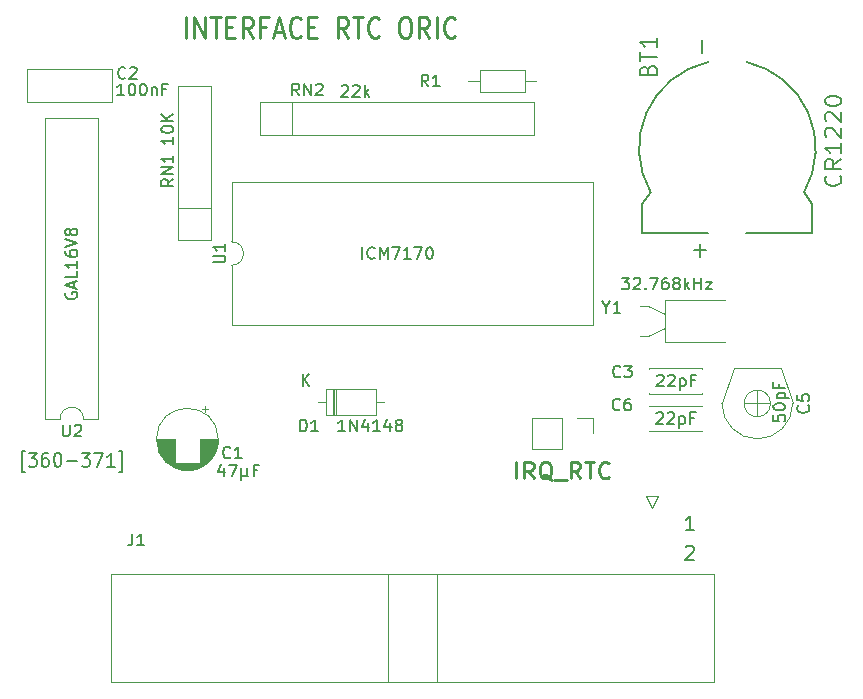
<source format=gto>
%TF.GenerationSoftware,KiCad,Pcbnew,(5.1.12)-1*%
%TF.CreationDate,2022-12-03T13:40:17+01:00*%
%TF.ProjectId,RTC,5254432e-6b69-4636-9164-5f7063625858,1.0*%
%TF.SameCoordinates,PX6d01460PY60e4b00*%
%TF.FileFunction,Legend,Top*%
%TF.FilePolarity,Positive*%
%FSLAX46Y46*%
G04 Gerber Fmt 4.6, Leading zero omitted, Abs format (unit mm)*
G04 Created by KiCad (PCBNEW (5.1.12)-1) date 2022-12-03 13:40:17*
%MOMM*%
%LPD*%
G01*
G04 APERTURE LIST*
%ADD10C,0.250000*%
%ADD11C,0.150000*%
%ADD12C,0.200000*%
%ADD13C,0.120000*%
%ADD14C,0.127000*%
G04 APERTURE END LIST*
D10*
X18934642Y46855953D02*
X18934642Y48555953D01*
X19648928Y46855953D02*
X19648928Y48555953D01*
X20506071Y46855953D01*
X20506071Y48555953D01*
X21006071Y48555953D02*
X21863214Y48555953D01*
X21434642Y46855953D02*
X21434642Y48555953D01*
X22363214Y47746429D02*
X22863214Y47746429D01*
X23077500Y46855953D02*
X22363214Y46855953D01*
X22363214Y48555953D01*
X23077500Y48555953D01*
X24577500Y46855953D02*
X24077500Y47665477D01*
X23720357Y46855953D02*
X23720357Y48555953D01*
X24291785Y48555953D01*
X24434642Y48475000D01*
X24506071Y48394048D01*
X24577500Y48232143D01*
X24577500Y47989286D01*
X24506071Y47827381D01*
X24434642Y47746429D01*
X24291785Y47665477D01*
X23720357Y47665477D01*
X25720357Y47746429D02*
X25220357Y47746429D01*
X25220357Y46855953D02*
X25220357Y48555953D01*
X25934642Y48555953D01*
X26434642Y47341667D02*
X27148928Y47341667D01*
X26291785Y46855953D02*
X26791785Y48555953D01*
X27291785Y46855953D01*
X28648928Y47017858D02*
X28577500Y46936905D01*
X28363214Y46855953D01*
X28220357Y46855953D01*
X28006071Y46936905D01*
X27863214Y47098810D01*
X27791785Y47260715D01*
X27720357Y47584524D01*
X27720357Y47827381D01*
X27791785Y48151191D01*
X27863214Y48313096D01*
X28006071Y48475000D01*
X28220357Y48555953D01*
X28363214Y48555953D01*
X28577500Y48475000D01*
X28648928Y48394048D01*
X29291785Y47746429D02*
X29791785Y47746429D01*
X30006071Y46855953D02*
X29291785Y46855953D01*
X29291785Y48555953D01*
X30006071Y48555953D01*
X32648928Y46855953D02*
X32148928Y47665477D01*
X31791785Y46855953D02*
X31791785Y48555953D01*
X32363214Y48555953D01*
X32506071Y48475000D01*
X32577500Y48394048D01*
X32648928Y48232143D01*
X32648928Y47989286D01*
X32577500Y47827381D01*
X32506071Y47746429D01*
X32363214Y47665477D01*
X31791785Y47665477D01*
X33077500Y48555953D02*
X33934642Y48555953D01*
X33506071Y46855953D02*
X33506071Y48555953D01*
X35291785Y47017858D02*
X35220357Y46936905D01*
X35006071Y46855953D01*
X34863214Y46855953D01*
X34648928Y46936905D01*
X34506071Y47098810D01*
X34434642Y47260715D01*
X34363214Y47584524D01*
X34363214Y47827381D01*
X34434642Y48151191D01*
X34506071Y48313096D01*
X34648928Y48475000D01*
X34863214Y48555953D01*
X35006071Y48555953D01*
X35220357Y48475000D01*
X35291785Y48394048D01*
X37363214Y48555953D02*
X37648928Y48555953D01*
X37791785Y48475000D01*
X37934642Y48313096D01*
X38006071Y47989286D01*
X38006071Y47422620D01*
X37934642Y47098810D01*
X37791785Y46936905D01*
X37648928Y46855953D01*
X37363214Y46855953D01*
X37220357Y46936905D01*
X37077500Y47098810D01*
X37006071Y47422620D01*
X37006071Y47989286D01*
X37077500Y48313096D01*
X37220357Y48475000D01*
X37363214Y48555953D01*
X39506071Y46855953D02*
X39006071Y47665477D01*
X38648928Y46855953D02*
X38648928Y48555953D01*
X39220357Y48555953D01*
X39363214Y48475000D01*
X39434642Y48394048D01*
X39506071Y48232143D01*
X39506071Y47989286D01*
X39434642Y47827381D01*
X39363214Y47746429D01*
X39220357Y47665477D01*
X38648928Y47665477D01*
X40148928Y46855953D02*
X40148928Y48555953D01*
X41720357Y47017858D02*
X41648928Y46936905D01*
X41434642Y46855953D01*
X41291785Y46855953D01*
X41077500Y46936905D01*
X40934642Y47098810D01*
X40863214Y47260715D01*
X40791785Y47584524D01*
X40791785Y47827381D01*
X40863214Y48151191D01*
X40934642Y48313096D01*
X41077500Y48475000D01*
X41291785Y48555953D01*
X41434642Y48555953D01*
X41648928Y48475000D01*
X41720357Y48394048D01*
D11*
X61252142Y3717858D02*
X61309285Y3775000D01*
X61423571Y3832143D01*
X61709285Y3832143D01*
X61823571Y3775000D01*
X61880714Y3717858D01*
X61937857Y3603572D01*
X61937857Y3489286D01*
X61880714Y3317858D01*
X61195000Y2632143D01*
X61937857Y2632143D01*
X61937857Y5172143D02*
X61252142Y5172143D01*
X61595000Y5172143D02*
X61595000Y6372143D01*
X61480714Y6200715D01*
X61366428Y6086429D01*
X61252142Y6029286D01*
D12*
X5290047Y10106143D02*
X5028142Y10106143D01*
X5028142Y11820429D01*
X5290047Y11820429D01*
X5604333Y11706143D02*
X6285285Y11706143D01*
X5918619Y11249000D01*
X6075761Y11249000D01*
X6180523Y11191858D01*
X6232904Y11134715D01*
X6285285Y11020429D01*
X6285285Y10734715D01*
X6232904Y10620429D01*
X6180523Y10563286D01*
X6075761Y10506143D01*
X5761476Y10506143D01*
X5656714Y10563286D01*
X5604333Y10620429D01*
X7228142Y11706143D02*
X7018619Y11706143D01*
X6913857Y11649000D01*
X6861476Y11591858D01*
X6756714Y11420429D01*
X6704333Y11191858D01*
X6704333Y10734715D01*
X6756714Y10620429D01*
X6809095Y10563286D01*
X6913857Y10506143D01*
X7123380Y10506143D01*
X7228142Y10563286D01*
X7280523Y10620429D01*
X7332904Y10734715D01*
X7332904Y11020429D01*
X7280523Y11134715D01*
X7228142Y11191858D01*
X7123380Y11249000D01*
X6913857Y11249000D01*
X6809095Y11191858D01*
X6756714Y11134715D01*
X6704333Y11020429D01*
X8013857Y11706143D02*
X8118619Y11706143D01*
X8223380Y11649000D01*
X8275761Y11591858D01*
X8328142Y11477572D01*
X8380523Y11249000D01*
X8380523Y10963286D01*
X8328142Y10734715D01*
X8275761Y10620429D01*
X8223380Y10563286D01*
X8118619Y10506143D01*
X8013857Y10506143D01*
X7909095Y10563286D01*
X7856714Y10620429D01*
X7804333Y10734715D01*
X7751952Y10963286D01*
X7751952Y11249000D01*
X7804333Y11477572D01*
X7856714Y11591858D01*
X7909095Y11649000D01*
X8013857Y11706143D01*
X8851952Y10963286D02*
X9690047Y10963286D01*
X10109095Y11706143D02*
X10790047Y11706143D01*
X10423380Y11249000D01*
X10580523Y11249000D01*
X10685285Y11191858D01*
X10737666Y11134715D01*
X10790047Y11020429D01*
X10790047Y10734715D01*
X10737666Y10620429D01*
X10685285Y10563286D01*
X10580523Y10506143D01*
X10266238Y10506143D01*
X10161476Y10563286D01*
X10109095Y10620429D01*
X11156714Y11706143D02*
X11890047Y11706143D01*
X11418619Y10506143D01*
X12885285Y10506143D02*
X12256714Y10506143D01*
X12571000Y10506143D02*
X12571000Y11706143D01*
X12466238Y11534715D01*
X12361476Y11420429D01*
X12256714Y11363286D01*
X13251952Y10106143D02*
X13513857Y10106143D01*
X13513857Y11820429D01*
X13251952Y11820429D01*
D13*
%TO.C,D1*%
X30773000Y17122000D02*
X30773000Y14882000D01*
X30773000Y14882000D02*
X35013000Y14882000D01*
X35013000Y14882000D02*
X35013000Y17122000D01*
X35013000Y17122000D02*
X30773000Y17122000D01*
X30123000Y16002000D02*
X30773000Y16002000D01*
X35663000Y16002000D02*
X35013000Y16002000D01*
X31493000Y17122000D02*
X31493000Y14882000D01*
X31613000Y17122000D02*
X31613000Y14882000D01*
X31373000Y17122000D02*
X31373000Y14882000D01*
%TO.C,C5*%
X66191967Y15875000D02*
X68310000Y15875000D01*
X67310000Y14875000D02*
X67310000Y16993033D01*
X68428034Y15875000D02*
G75*
G03*
X68428034Y15875000I-1118034J0D01*
G01*
X65310000Y18875000D02*
X64310000Y15875000D01*
X69310000Y18875000D02*
X70310000Y15875000D01*
X65310000Y18875000D02*
X69310000Y18875000D01*
X70310000Y15875000D02*
G75*
G02*
X67310000Y12875000I-3000000J0D01*
G01*
X67310000Y12875000D02*
G75*
G02*
X64310000Y15875000I0J3000000D01*
G01*
D14*
%TO.C,BT1*%
X71970000Y30280000D02*
X66390000Y30280000D01*
X57570000Y30280000D02*
X57570000Y32795000D01*
X71970000Y30280000D02*
X71970000Y32795000D01*
X71970000Y32795000D02*
X71270000Y33765000D01*
X57570000Y32795000D02*
X58270000Y33765000D01*
X63150000Y30280000D02*
X57570000Y30280000D01*
X58269999Y33764999D02*
G75*
G02*
X63150000Y44785000I6503808J3710420D01*
G01*
X66390000Y44784999D02*
G75*
G02*
X71270000Y33765000I-1623807J-7309580D01*
G01*
D13*
%TO.C,U2*%
X7021000Y14545000D02*
X8271000Y14545000D01*
X7021000Y40065000D02*
X7021000Y14545000D01*
X11521000Y40065000D02*
X7021000Y40065000D01*
X11521000Y14545000D02*
X11521000Y40065000D01*
X10271000Y14545000D02*
X11521000Y14545000D01*
X8271000Y14545000D02*
G75*
G02*
X10271000Y14545000I1000000J0D01*
G01*
%TO.C,U1*%
X22800000Y34635000D02*
X22800000Y29575000D01*
X53400000Y34635000D02*
X22800000Y34635000D01*
X53400000Y22515000D02*
X53400000Y34635000D01*
X22800000Y22515000D02*
X53400000Y22515000D01*
X22800000Y27575000D02*
X22800000Y22515000D01*
X22800000Y29575000D02*
G75*
G02*
X22800000Y27575000I0J-1000000D01*
G01*
%TO.C,Y1*%
X58055000Y24130000D02*
X57355000Y24130000D01*
X59455000Y23460000D02*
X58055000Y24130000D01*
X58055000Y21590000D02*
X57355000Y21590000D01*
X59455000Y22260000D02*
X58055000Y21590000D01*
X59455000Y24660000D02*
X64605000Y24660000D01*
X59455000Y21060000D02*
X59455000Y24660000D01*
X64605000Y21060000D02*
X59455000Y21060000D01*
%TO.C,RN2*%
X27940000Y41405000D02*
X27940000Y38605000D01*
X48430000Y41405000D02*
X25230000Y41405000D01*
X48430000Y38605000D02*
X48430000Y41405000D01*
X25230000Y38605000D02*
X48430000Y38605000D01*
X25230000Y41405000D02*
X25230000Y38605000D01*
%TO.C,RN1*%
X18285000Y32385000D02*
X21085000Y32385000D01*
X18285000Y42715000D02*
X18285000Y29675000D01*
X21085000Y42715000D02*
X18285000Y42715000D01*
X21085000Y29675000D02*
X21085000Y42715000D01*
X18285000Y29675000D02*
X21085000Y29675000D01*
%TO.C,R1*%
X48590000Y43180000D02*
X47640000Y43180000D01*
X42850000Y43180000D02*
X43800000Y43180000D01*
X47640000Y44100000D02*
X43800000Y44100000D01*
X47640000Y42260000D02*
X47640000Y44100000D01*
X43800000Y42260000D02*
X47640000Y42260000D01*
X43800000Y44100000D02*
X43800000Y42260000D01*
%TO.C,JP1*%
X53400000Y14665000D02*
X53400000Y13335000D01*
X52070000Y14665000D02*
X53400000Y14665000D01*
X50800000Y14665000D02*
X50800000Y12005000D01*
X50800000Y12005000D02*
X48200000Y12005000D01*
X50800000Y14665000D02*
X48200000Y14665000D01*
X48200000Y14665000D02*
X48200000Y12005000D01*
%TO.C,C6*%
X58095000Y15660000D02*
X58095000Y15675000D01*
X58095000Y13535000D02*
X58095000Y13550000D01*
X62635000Y15660000D02*
X62635000Y15675000D01*
X62635000Y13535000D02*
X62635000Y13550000D01*
X62635000Y15675000D02*
X58095000Y15675000D01*
X62635000Y13535000D02*
X58095000Y13535000D01*
%TO.C,C3*%
X58095000Y18835000D02*
X58095000Y18850000D01*
X58095000Y16710000D02*
X58095000Y16725000D01*
X62635000Y18835000D02*
X62635000Y18850000D01*
X62635000Y16710000D02*
X62635000Y16725000D01*
X62635000Y18850000D02*
X58095000Y18850000D01*
X62635000Y16710000D02*
X58095000Y16710000D01*
%TO.C,C2*%
X5437000Y41429000D02*
X5437000Y44169000D01*
X12677000Y41429000D02*
X12677000Y44169000D01*
X12677000Y44169000D02*
X5437000Y44169000D01*
X12677000Y41429000D02*
X5437000Y41429000D01*
%TO.C,C1*%
X20775000Y15397775D02*
X20275000Y15397775D01*
X20525000Y15647775D02*
X20525000Y15147775D01*
X19334000Y10242000D02*
X18766000Y10242000D01*
X19568000Y10282000D02*
X18532000Y10282000D01*
X19727000Y10322000D02*
X18373000Y10322000D01*
X19855000Y10362000D02*
X18245000Y10362000D01*
X19965000Y10402000D02*
X18135000Y10402000D01*
X20061000Y10442000D02*
X18039000Y10442000D01*
X20148000Y10482000D02*
X17952000Y10482000D01*
X20228000Y10522000D02*
X17872000Y10522000D01*
X20301000Y10562000D02*
X17799000Y10562000D01*
X20369000Y10602000D02*
X17731000Y10602000D01*
X20433000Y10642000D02*
X17667000Y10642000D01*
X20493000Y10682000D02*
X17607000Y10682000D01*
X20550000Y10722000D02*
X17550000Y10722000D01*
X20604000Y10762000D02*
X17496000Y10762000D01*
X20655000Y10802000D02*
X17445000Y10802000D01*
X18010000Y10842000D02*
X17397000Y10842000D01*
X20703000Y10842000D02*
X20090000Y10842000D01*
X18010000Y10882000D02*
X17351000Y10882000D01*
X20749000Y10882000D02*
X20090000Y10882000D01*
X18010000Y10922000D02*
X17307000Y10922000D01*
X20793000Y10922000D02*
X20090000Y10922000D01*
X18010000Y10962000D02*
X17265000Y10962000D01*
X20835000Y10962000D02*
X20090000Y10962000D01*
X18010000Y11002000D02*
X17224000Y11002000D01*
X20876000Y11002000D02*
X20090000Y11002000D01*
X18010000Y11042000D02*
X17186000Y11042000D01*
X20914000Y11042000D02*
X20090000Y11042000D01*
X18010000Y11082000D02*
X17149000Y11082000D01*
X20951000Y11082000D02*
X20090000Y11082000D01*
X18010000Y11122000D02*
X17113000Y11122000D01*
X20987000Y11122000D02*
X20090000Y11122000D01*
X18010000Y11162000D02*
X17079000Y11162000D01*
X21021000Y11162000D02*
X20090000Y11162000D01*
X18010000Y11202000D02*
X17046000Y11202000D01*
X21054000Y11202000D02*
X20090000Y11202000D01*
X18010000Y11242000D02*
X17015000Y11242000D01*
X21085000Y11242000D02*
X20090000Y11242000D01*
X18010000Y11282000D02*
X16985000Y11282000D01*
X21115000Y11282000D02*
X20090000Y11282000D01*
X18010000Y11322000D02*
X16955000Y11322000D01*
X21145000Y11322000D02*
X20090000Y11322000D01*
X18010000Y11362000D02*
X16928000Y11362000D01*
X21172000Y11362000D02*
X20090000Y11362000D01*
X18010000Y11402000D02*
X16901000Y11402000D01*
X21199000Y11402000D02*
X20090000Y11402000D01*
X18010000Y11442000D02*
X16875000Y11442000D01*
X21225000Y11442000D02*
X20090000Y11442000D01*
X18010000Y11482000D02*
X16850000Y11482000D01*
X21250000Y11482000D02*
X20090000Y11482000D01*
X18010000Y11522000D02*
X16826000Y11522000D01*
X21274000Y11522000D02*
X20090000Y11522000D01*
X18010000Y11562000D02*
X16803000Y11562000D01*
X21297000Y11562000D02*
X20090000Y11562000D01*
X18010000Y11602000D02*
X16782000Y11602000D01*
X21318000Y11602000D02*
X20090000Y11602000D01*
X18010000Y11642000D02*
X16760000Y11642000D01*
X21340000Y11642000D02*
X20090000Y11642000D01*
X18010000Y11682000D02*
X16740000Y11682000D01*
X21360000Y11682000D02*
X20090000Y11682000D01*
X18010000Y11722000D02*
X16721000Y11722000D01*
X21379000Y11722000D02*
X20090000Y11722000D01*
X18010000Y11762000D02*
X16702000Y11762000D01*
X21398000Y11762000D02*
X20090000Y11762000D01*
X18010000Y11802000D02*
X16685000Y11802000D01*
X21415000Y11802000D02*
X20090000Y11802000D01*
X18010000Y11842000D02*
X16668000Y11842000D01*
X21432000Y11842000D02*
X20090000Y11842000D01*
X18010000Y11882000D02*
X16652000Y11882000D01*
X21448000Y11882000D02*
X20090000Y11882000D01*
X18010000Y11922000D02*
X16636000Y11922000D01*
X21464000Y11922000D02*
X20090000Y11922000D01*
X18010000Y11962000D02*
X16622000Y11962000D01*
X21478000Y11962000D02*
X20090000Y11962000D01*
X18010000Y12002000D02*
X16608000Y12002000D01*
X21492000Y12002000D02*
X20090000Y12002000D01*
X18010000Y12042000D02*
X16595000Y12042000D01*
X21505000Y12042000D02*
X20090000Y12042000D01*
X18010000Y12082000D02*
X16582000Y12082000D01*
X21518000Y12082000D02*
X20090000Y12082000D01*
X18010000Y12122000D02*
X16570000Y12122000D01*
X21530000Y12122000D02*
X20090000Y12122000D01*
X18010000Y12163000D02*
X16559000Y12163000D01*
X21541000Y12163000D02*
X20090000Y12163000D01*
X18010000Y12203000D02*
X16549000Y12203000D01*
X21551000Y12203000D02*
X20090000Y12203000D01*
X18010000Y12243000D02*
X16539000Y12243000D01*
X21561000Y12243000D02*
X20090000Y12243000D01*
X18010000Y12283000D02*
X16530000Y12283000D01*
X21570000Y12283000D02*
X20090000Y12283000D01*
X18010000Y12323000D02*
X16522000Y12323000D01*
X21578000Y12323000D02*
X20090000Y12323000D01*
X18010000Y12363000D02*
X16514000Y12363000D01*
X21586000Y12363000D02*
X20090000Y12363000D01*
X18010000Y12403000D02*
X16507000Y12403000D01*
X21593000Y12403000D02*
X20090000Y12403000D01*
X18010000Y12443000D02*
X16500000Y12443000D01*
X21600000Y12443000D02*
X20090000Y12443000D01*
X18010000Y12483000D02*
X16494000Y12483000D01*
X21606000Y12483000D02*
X20090000Y12483000D01*
X18010000Y12523000D02*
X16489000Y12523000D01*
X21611000Y12523000D02*
X20090000Y12523000D01*
X18010000Y12563000D02*
X16485000Y12563000D01*
X21615000Y12563000D02*
X20090000Y12563000D01*
X18010000Y12603000D02*
X16481000Y12603000D01*
X21619000Y12603000D02*
X20090000Y12603000D01*
X18010000Y12643000D02*
X16477000Y12643000D01*
X21623000Y12643000D02*
X20090000Y12643000D01*
X18010000Y12683000D02*
X16474000Y12683000D01*
X21626000Y12683000D02*
X20090000Y12683000D01*
X18010000Y12723000D02*
X16472000Y12723000D01*
X21628000Y12723000D02*
X20090000Y12723000D01*
X18010000Y12763000D02*
X16471000Y12763000D01*
X21629000Y12763000D02*
X20090000Y12763000D01*
X21630000Y12803000D02*
X20090000Y12803000D01*
X18010000Y12803000D02*
X16470000Y12803000D01*
X21630000Y12843000D02*
X20090000Y12843000D01*
X18010000Y12843000D02*
X16470000Y12843000D01*
X21670000Y12843000D02*
G75*
G03*
X21670000Y12843000I-2620000J0D01*
G01*
%TO.C,J1*%
X57920000Y8065000D02*
X58420000Y7065000D01*
X58920000Y8065000D02*
X57920000Y8065000D01*
X58420000Y7065000D02*
X58920000Y8065000D01*
X12570000Y1445000D02*
X63630000Y1445000D01*
X12570000Y-7675000D02*
X12570000Y1445000D01*
X63630000Y-7675000D02*
X12570000Y-7675000D01*
X63630000Y1445000D02*
X63630000Y-7675000D01*
X36050000Y1445000D02*
X36050000Y-7675000D01*
X40150000Y1445000D02*
X40150000Y-7675000D01*
%TO.C,D1*%
D11*
X28598904Y13517620D02*
X28598904Y14517620D01*
X28837000Y14517620D01*
X28979857Y14470000D01*
X29075095Y14374762D01*
X29122714Y14279524D01*
X29170333Y14089048D01*
X29170333Y13946191D01*
X29122714Y13755715D01*
X29075095Y13660477D01*
X28979857Y13565239D01*
X28837000Y13517620D01*
X28598904Y13517620D01*
X30122714Y13517620D02*
X29551285Y13517620D01*
X29837000Y13517620D02*
X29837000Y14517620D01*
X29741761Y14374762D01*
X29646523Y14279524D01*
X29551285Y14231905D01*
X32401142Y13517620D02*
X31829714Y13517620D01*
X32115428Y13517620D02*
X32115428Y14517620D01*
X32020190Y14374762D01*
X31924952Y14279524D01*
X31829714Y14231905D01*
X32829714Y13517620D02*
X32829714Y14517620D01*
X33401142Y13517620D01*
X33401142Y14517620D01*
X34305904Y14184286D02*
X34305904Y13517620D01*
X34067809Y14565239D02*
X33829714Y13850953D01*
X34448761Y13850953D01*
X35353523Y13517620D02*
X34782095Y13517620D01*
X35067809Y13517620D02*
X35067809Y14517620D01*
X34972571Y14374762D01*
X34877333Y14279524D01*
X34782095Y14231905D01*
X36210666Y14184286D02*
X36210666Y13517620D01*
X35972571Y14565239D02*
X35734476Y13850953D01*
X36353523Y13850953D01*
X36877333Y14089048D02*
X36782095Y14136667D01*
X36734476Y14184286D01*
X36686857Y14279524D01*
X36686857Y14327143D01*
X36734476Y14422381D01*
X36782095Y14470000D01*
X36877333Y14517620D01*
X37067809Y14517620D01*
X37163047Y14470000D01*
X37210666Y14422381D01*
X37258285Y14327143D01*
X37258285Y14279524D01*
X37210666Y14184286D01*
X37163047Y14136667D01*
X37067809Y14089048D01*
X36877333Y14089048D01*
X36782095Y14041429D01*
X36734476Y13993810D01*
X36686857Y13898572D01*
X36686857Y13708096D01*
X36734476Y13612858D01*
X36782095Y13565239D01*
X36877333Y13517620D01*
X37067809Y13517620D01*
X37163047Y13565239D01*
X37210666Y13612858D01*
X37258285Y13708096D01*
X37258285Y13898572D01*
X37210666Y13993810D01*
X37163047Y14041429D01*
X37067809Y14089048D01*
X28821095Y17349620D02*
X28821095Y18349620D01*
X29392523Y17349620D02*
X28963952Y17921048D01*
X29392523Y18349620D02*
X28821095Y17778191D01*
%TO.C,C5*%
X71604142Y15708334D02*
X71651761Y15660715D01*
X71699380Y15517858D01*
X71699380Y15422620D01*
X71651761Y15279762D01*
X71556523Y15184524D01*
X71461285Y15136905D01*
X71270809Y15089286D01*
X71127952Y15089286D01*
X70937476Y15136905D01*
X70842238Y15184524D01*
X70747000Y15279762D01*
X70699380Y15422620D01*
X70699380Y15517858D01*
X70747000Y15660715D01*
X70794619Y15708334D01*
X70699380Y16613096D02*
X70699380Y16136905D01*
X71175571Y16089286D01*
X71127952Y16136905D01*
X71080333Y16232143D01*
X71080333Y16470239D01*
X71127952Y16565477D01*
X71175571Y16613096D01*
X71270809Y16660715D01*
X71508904Y16660715D01*
X71604142Y16613096D01*
X71651761Y16565477D01*
X71699380Y16470239D01*
X71699380Y16232143D01*
X71651761Y16136905D01*
X71604142Y16089286D01*
X68667380Y14882953D02*
X68667380Y14406762D01*
X69143571Y14359143D01*
X69095952Y14406762D01*
X69048333Y14502000D01*
X69048333Y14740096D01*
X69095952Y14835334D01*
X69143571Y14882953D01*
X69238809Y14930572D01*
X69476904Y14930572D01*
X69572142Y14882953D01*
X69619761Y14835334D01*
X69667380Y14740096D01*
X69667380Y14502000D01*
X69619761Y14406762D01*
X69572142Y14359143D01*
X68667380Y15549620D02*
X68667380Y15644858D01*
X68715000Y15740096D01*
X68762619Y15787715D01*
X68857857Y15835334D01*
X69048333Y15882953D01*
X69286428Y15882953D01*
X69476904Y15835334D01*
X69572142Y15787715D01*
X69619761Y15740096D01*
X69667380Y15644858D01*
X69667380Y15549620D01*
X69619761Y15454381D01*
X69572142Y15406762D01*
X69476904Y15359143D01*
X69286428Y15311524D01*
X69048333Y15311524D01*
X68857857Y15359143D01*
X68762619Y15406762D01*
X68715000Y15454381D01*
X68667380Y15549620D01*
X69000714Y16311524D02*
X70000714Y16311524D01*
X69048333Y16311524D02*
X69000714Y16406762D01*
X69000714Y16597239D01*
X69048333Y16692477D01*
X69095952Y16740096D01*
X69191190Y16787715D01*
X69476904Y16787715D01*
X69572142Y16740096D01*
X69619761Y16692477D01*
X69667380Y16597239D01*
X69667380Y16406762D01*
X69619761Y16311524D01*
X69143571Y17549620D02*
X69143571Y17216286D01*
X69667380Y17216286D02*
X68667380Y17216286D01*
X68667380Y17692477D01*
%TO.C,BT1*%
X58066000Y44112000D02*
X58132666Y44312000D01*
X58199333Y44378667D01*
X58332666Y44445334D01*
X58532666Y44445334D01*
X58666000Y44378667D01*
X58732666Y44312000D01*
X58799333Y44178667D01*
X58799333Y43645334D01*
X57399333Y43645334D01*
X57399333Y44112000D01*
X57466000Y44245334D01*
X57532666Y44312000D01*
X57666000Y44378667D01*
X57799333Y44378667D01*
X57932666Y44312000D01*
X57999333Y44245334D01*
X58066000Y44112000D01*
X58066000Y43645334D01*
X57399333Y44845334D02*
X57399333Y45645334D01*
X58799333Y45245334D02*
X57399333Y45245334D01*
X58799333Y46845334D02*
X58799333Y46045334D01*
X58799333Y46445334D02*
X57399333Y46445334D01*
X57599333Y46312000D01*
X57732666Y46178667D01*
X57799333Y46045334D01*
X74287000Y35166667D02*
X74353666Y35100000D01*
X74420333Y34900000D01*
X74420333Y34766667D01*
X74353666Y34566667D01*
X74220333Y34433334D01*
X74087000Y34366667D01*
X73820333Y34300000D01*
X73620333Y34300000D01*
X73353666Y34366667D01*
X73220333Y34433334D01*
X73087000Y34566667D01*
X73020333Y34766667D01*
X73020333Y34900000D01*
X73087000Y35100000D01*
X73153666Y35166667D01*
X74420333Y36566667D02*
X73753666Y36100000D01*
X74420333Y35766667D02*
X73020333Y35766667D01*
X73020333Y36300000D01*
X73087000Y36433334D01*
X73153666Y36500000D01*
X73287000Y36566667D01*
X73487000Y36566667D01*
X73620333Y36500000D01*
X73687000Y36433334D01*
X73753666Y36300000D01*
X73753666Y35766667D01*
X74420333Y37900000D02*
X74420333Y37100000D01*
X74420333Y37500000D02*
X73020333Y37500000D01*
X73220333Y37366667D01*
X73353666Y37233334D01*
X73420333Y37100000D01*
X73153666Y38433334D02*
X73087000Y38500000D01*
X73020333Y38633334D01*
X73020333Y38966667D01*
X73087000Y39100000D01*
X73153666Y39166667D01*
X73287000Y39233334D01*
X73420333Y39233334D01*
X73620333Y39166667D01*
X74420333Y38366667D01*
X74420333Y39233334D01*
X73153666Y39766667D02*
X73087000Y39833334D01*
X73020333Y39966667D01*
X73020333Y40300000D01*
X73087000Y40433334D01*
X73153666Y40500000D01*
X73287000Y40566667D01*
X73420333Y40566667D01*
X73620333Y40500000D01*
X74420333Y39700000D01*
X74420333Y40566667D01*
X73020333Y41433334D02*
X73020333Y41566667D01*
X73087000Y41700000D01*
X73153666Y41766667D01*
X73287000Y41833334D01*
X73553666Y41900000D01*
X73887000Y41900000D01*
X74153666Y41833334D01*
X74287000Y41766667D01*
X74353666Y41700000D01*
X74420333Y41566667D01*
X74420333Y41433334D01*
X74353666Y41300000D01*
X74287000Y41233334D01*
X74153666Y41166667D01*
X73887000Y41100000D01*
X73553666Y41100000D01*
X73287000Y41166667D01*
X73153666Y41233334D01*
X73087000Y41300000D01*
X73020333Y41433334D01*
X62584000Y45567667D02*
X62584000Y46634334D01*
X62457000Y28295667D02*
X62457000Y29362334D01*
X62990333Y28829000D02*
X61923666Y28829000D01*
%TO.C,U2*%
X8509095Y14092620D02*
X8509095Y13283096D01*
X8556714Y13187858D01*
X8604333Y13140239D01*
X8699571Y13092620D01*
X8890047Y13092620D01*
X8985285Y13140239D01*
X9032904Y13187858D01*
X9080523Y13283096D01*
X9080523Y14092620D01*
X9509095Y13997381D02*
X9556714Y14045000D01*
X9651952Y14092620D01*
X9890047Y14092620D01*
X9985285Y14045000D01*
X10032904Y13997381D01*
X10080523Y13902143D01*
X10080523Y13806905D01*
X10032904Y13664048D01*
X9461476Y13092620D01*
X10080523Y13092620D01*
X8771000Y25257429D02*
X8723380Y25162191D01*
X8723380Y25019334D01*
X8771000Y24876477D01*
X8866238Y24781239D01*
X8961476Y24733620D01*
X9151952Y24686000D01*
X9294809Y24686000D01*
X9485285Y24733620D01*
X9580523Y24781239D01*
X9675761Y24876477D01*
X9723380Y25019334D01*
X9723380Y25114572D01*
X9675761Y25257429D01*
X9628142Y25305048D01*
X9294809Y25305048D01*
X9294809Y25114572D01*
X9437666Y25686000D02*
X9437666Y26162191D01*
X9723380Y25590762D02*
X8723380Y25924096D01*
X9723380Y26257429D01*
X9723380Y27066953D02*
X9723380Y26590762D01*
X8723380Y26590762D01*
X9723380Y27924096D02*
X9723380Y27352667D01*
X9723380Y27638381D02*
X8723380Y27638381D01*
X8866238Y27543143D01*
X8961476Y27447905D01*
X9009095Y27352667D01*
X8723380Y28781239D02*
X8723380Y28590762D01*
X8771000Y28495524D01*
X8818619Y28447905D01*
X8961476Y28352667D01*
X9151952Y28305048D01*
X9532904Y28305048D01*
X9628142Y28352667D01*
X9675761Y28400286D01*
X9723380Y28495524D01*
X9723380Y28686000D01*
X9675761Y28781239D01*
X9628142Y28828858D01*
X9532904Y28876477D01*
X9294809Y28876477D01*
X9199571Y28828858D01*
X9151952Y28781239D01*
X9104333Y28686000D01*
X9104333Y28495524D01*
X9151952Y28400286D01*
X9199571Y28352667D01*
X9294809Y28305048D01*
X8723380Y29162191D02*
X9723380Y29495524D01*
X8723380Y29828858D01*
X9151952Y30305048D02*
X9104333Y30209810D01*
X9056714Y30162191D01*
X8961476Y30114572D01*
X8913857Y30114572D01*
X8818619Y30162191D01*
X8771000Y30209810D01*
X8723380Y30305048D01*
X8723380Y30495524D01*
X8771000Y30590762D01*
X8818619Y30638381D01*
X8913857Y30686000D01*
X8961476Y30686000D01*
X9056714Y30638381D01*
X9104333Y30590762D01*
X9151952Y30495524D01*
X9151952Y30305048D01*
X9199571Y30209810D01*
X9247190Y30162191D01*
X9342428Y30114572D01*
X9532904Y30114572D01*
X9628142Y30162191D01*
X9675761Y30209810D01*
X9723380Y30305048D01*
X9723380Y30495524D01*
X9675761Y30590762D01*
X9628142Y30638381D01*
X9532904Y30686000D01*
X9342428Y30686000D01*
X9247190Y30638381D01*
X9199571Y30590762D01*
X9151952Y30495524D01*
%TO.C,U1*%
X21252380Y27813096D02*
X22061904Y27813096D01*
X22157142Y27860715D01*
X22204761Y27908334D01*
X22252380Y28003572D01*
X22252380Y28194048D01*
X22204761Y28289286D01*
X22157142Y28336905D01*
X22061904Y28384524D01*
X21252380Y28384524D01*
X22252380Y29384524D02*
X22252380Y28813096D01*
X22252380Y29098810D02*
X21252380Y29098810D01*
X21395238Y29003572D01*
X21490476Y28908334D01*
X21538095Y28813096D01*
X33853809Y28122620D02*
X33853809Y29122620D01*
X34901428Y28217858D02*
X34853809Y28170239D01*
X34710952Y28122620D01*
X34615714Y28122620D01*
X34472857Y28170239D01*
X34377619Y28265477D01*
X34330000Y28360715D01*
X34282380Y28551191D01*
X34282380Y28694048D01*
X34330000Y28884524D01*
X34377619Y28979762D01*
X34472857Y29075000D01*
X34615714Y29122620D01*
X34710952Y29122620D01*
X34853809Y29075000D01*
X34901428Y29027381D01*
X35330000Y28122620D02*
X35330000Y29122620D01*
X35663333Y28408334D01*
X35996666Y29122620D01*
X35996666Y28122620D01*
X36377619Y29122620D02*
X37044285Y29122620D01*
X36615714Y28122620D01*
X37949047Y28122620D02*
X37377619Y28122620D01*
X37663333Y28122620D02*
X37663333Y29122620D01*
X37568095Y28979762D01*
X37472857Y28884524D01*
X37377619Y28836905D01*
X38282380Y29122620D02*
X38949047Y29122620D01*
X38520476Y28122620D01*
X39520476Y29122620D02*
X39615714Y29122620D01*
X39710952Y29075000D01*
X39758571Y29027381D01*
X39806190Y28932143D01*
X39853809Y28741667D01*
X39853809Y28503572D01*
X39806190Y28313096D01*
X39758571Y28217858D01*
X39710952Y28170239D01*
X39615714Y28122620D01*
X39520476Y28122620D01*
X39425238Y28170239D01*
X39377619Y28217858D01*
X39330000Y28313096D01*
X39282380Y28503572D01*
X39282380Y28741667D01*
X39330000Y28932143D01*
X39377619Y29027381D01*
X39425238Y29075000D01*
X39520476Y29122620D01*
%TO.C,Y1*%
X54514809Y24026810D02*
X54514809Y23550620D01*
X54181476Y24550620D02*
X54514809Y24026810D01*
X54848142Y24550620D01*
X55705285Y23550620D02*
X55133857Y23550620D01*
X55419571Y23550620D02*
X55419571Y24550620D01*
X55324333Y24407762D01*
X55229095Y24312524D01*
X55133857Y24264905D01*
X55845476Y26527620D02*
X56464523Y26527620D01*
X56131190Y26146667D01*
X56274047Y26146667D01*
X56369285Y26099048D01*
X56416904Y26051429D01*
X56464523Y25956191D01*
X56464523Y25718096D01*
X56416904Y25622858D01*
X56369285Y25575239D01*
X56274047Y25527620D01*
X55988333Y25527620D01*
X55893095Y25575239D01*
X55845476Y25622858D01*
X56845476Y26432381D02*
X56893095Y26480000D01*
X56988333Y26527620D01*
X57226428Y26527620D01*
X57321666Y26480000D01*
X57369285Y26432381D01*
X57416904Y26337143D01*
X57416904Y26241905D01*
X57369285Y26099048D01*
X56797857Y25527620D01*
X57416904Y25527620D01*
X57845476Y25622858D02*
X57893095Y25575239D01*
X57845476Y25527620D01*
X57797857Y25575239D01*
X57845476Y25622858D01*
X57845476Y25527620D01*
X58226428Y26527620D02*
X58893095Y26527620D01*
X58464523Y25527620D01*
X59702619Y26527620D02*
X59512142Y26527620D01*
X59416904Y26480000D01*
X59369285Y26432381D01*
X59274047Y26289524D01*
X59226428Y26099048D01*
X59226428Y25718096D01*
X59274047Y25622858D01*
X59321666Y25575239D01*
X59416904Y25527620D01*
X59607380Y25527620D01*
X59702619Y25575239D01*
X59750238Y25622858D01*
X59797857Y25718096D01*
X59797857Y25956191D01*
X59750238Y26051429D01*
X59702619Y26099048D01*
X59607380Y26146667D01*
X59416904Y26146667D01*
X59321666Y26099048D01*
X59274047Y26051429D01*
X59226428Y25956191D01*
X60369285Y26099048D02*
X60274047Y26146667D01*
X60226428Y26194286D01*
X60178809Y26289524D01*
X60178809Y26337143D01*
X60226428Y26432381D01*
X60274047Y26480000D01*
X60369285Y26527620D01*
X60559761Y26527620D01*
X60655000Y26480000D01*
X60702619Y26432381D01*
X60750238Y26337143D01*
X60750238Y26289524D01*
X60702619Y26194286D01*
X60655000Y26146667D01*
X60559761Y26099048D01*
X60369285Y26099048D01*
X60274047Y26051429D01*
X60226428Y26003810D01*
X60178809Y25908572D01*
X60178809Y25718096D01*
X60226428Y25622858D01*
X60274047Y25575239D01*
X60369285Y25527620D01*
X60559761Y25527620D01*
X60655000Y25575239D01*
X60702619Y25622858D01*
X60750238Y25718096D01*
X60750238Y25908572D01*
X60702619Y26003810D01*
X60655000Y26051429D01*
X60559761Y26099048D01*
X61178809Y25527620D02*
X61178809Y26527620D01*
X61274047Y25908572D02*
X61559761Y25527620D01*
X61559761Y26194286D02*
X61178809Y25813334D01*
X61988333Y25527620D02*
X61988333Y26527620D01*
X61988333Y26051429D02*
X62559761Y26051429D01*
X62559761Y25527620D02*
X62559761Y26527620D01*
X62940714Y26194286D02*
X63464523Y26194286D01*
X62940714Y25527620D01*
X63464523Y25527620D01*
%TO.C,RN2*%
X28519523Y41952620D02*
X28186190Y42428810D01*
X27948095Y41952620D02*
X27948095Y42952620D01*
X28329047Y42952620D01*
X28424285Y42905000D01*
X28471904Y42857381D01*
X28519523Y42762143D01*
X28519523Y42619286D01*
X28471904Y42524048D01*
X28424285Y42476429D01*
X28329047Y42428810D01*
X27948095Y42428810D01*
X28948095Y41952620D02*
X28948095Y42952620D01*
X29519523Y41952620D01*
X29519523Y42952620D01*
X29948095Y42857381D02*
X29995714Y42905000D01*
X30090952Y42952620D01*
X30329047Y42952620D01*
X30424285Y42905000D01*
X30471904Y42857381D01*
X30519523Y42762143D01*
X30519523Y42666905D01*
X30471904Y42524048D01*
X29900476Y41952620D01*
X30519523Y41952620D01*
X32107333Y42743381D02*
X32154952Y42791000D01*
X32250190Y42838620D01*
X32488285Y42838620D01*
X32583523Y42791000D01*
X32631142Y42743381D01*
X32678761Y42648143D01*
X32678761Y42552905D01*
X32631142Y42410048D01*
X32059714Y41838620D01*
X32678761Y41838620D01*
X33059714Y42743381D02*
X33107333Y42791000D01*
X33202571Y42838620D01*
X33440666Y42838620D01*
X33535904Y42791000D01*
X33583523Y42743381D01*
X33631142Y42648143D01*
X33631142Y42552905D01*
X33583523Y42410048D01*
X33012095Y41838620D01*
X33631142Y41838620D01*
X34059714Y41838620D02*
X34059714Y42838620D01*
X34154952Y42219572D02*
X34440666Y41838620D01*
X34440666Y42505286D02*
X34059714Y42124334D01*
%TO.C,RN1*%
X17851380Y34869524D02*
X17375190Y34536191D01*
X17851380Y34298096D02*
X16851380Y34298096D01*
X16851380Y34679048D01*
X16899000Y34774286D01*
X16946619Y34821905D01*
X17041857Y34869524D01*
X17184714Y34869524D01*
X17279952Y34821905D01*
X17327571Y34774286D01*
X17375190Y34679048D01*
X17375190Y34298096D01*
X17851380Y35298096D02*
X16851380Y35298096D01*
X17851380Y35869524D01*
X16851380Y35869524D01*
X17851380Y36869524D02*
X17851380Y36298096D01*
X17851380Y36583810D02*
X16851380Y36583810D01*
X16994238Y36488572D01*
X17089476Y36393334D01*
X17137095Y36298096D01*
X17851380Y38425524D02*
X17851380Y37854096D01*
X17851380Y38139810D02*
X16851380Y38139810D01*
X16994238Y38044572D01*
X17089476Y37949334D01*
X17137095Y37854096D01*
X16851380Y39044572D02*
X16851380Y39139810D01*
X16899000Y39235048D01*
X16946619Y39282667D01*
X17041857Y39330286D01*
X17232333Y39377905D01*
X17470428Y39377905D01*
X17660904Y39330286D01*
X17756142Y39282667D01*
X17803761Y39235048D01*
X17851380Y39139810D01*
X17851380Y39044572D01*
X17803761Y38949334D01*
X17756142Y38901715D01*
X17660904Y38854096D01*
X17470428Y38806477D01*
X17232333Y38806477D01*
X17041857Y38854096D01*
X16946619Y38901715D01*
X16899000Y38949334D01*
X16851380Y39044572D01*
X17851380Y39806477D02*
X16851380Y39806477D01*
X17851380Y40377905D02*
X17279952Y39949334D01*
X16851380Y40377905D02*
X17422809Y39806477D01*
%TO.C,R1*%
X39457333Y42727620D02*
X39124000Y43203810D01*
X38885904Y42727620D02*
X38885904Y43727620D01*
X39266857Y43727620D01*
X39362095Y43680000D01*
X39409714Y43632381D01*
X39457333Y43537143D01*
X39457333Y43394286D01*
X39409714Y43299048D01*
X39362095Y43251429D01*
X39266857Y43203810D01*
X38885904Y43203810D01*
X40409714Y42727620D02*
X39838285Y42727620D01*
X40124000Y42727620D02*
X40124000Y43727620D01*
X40028761Y43584762D01*
X39933523Y43489524D01*
X39838285Y43441905D01*
%TO.C,JP1*%
D10*
X46900000Y9526667D02*
X46900000Y10926667D01*
X48366666Y9526667D02*
X47900000Y10193334D01*
X47566666Y9526667D02*
X47566666Y10926667D01*
X48100000Y10926667D01*
X48233333Y10860000D01*
X48300000Y10793334D01*
X48366666Y10660000D01*
X48366666Y10460000D01*
X48300000Y10326667D01*
X48233333Y10260000D01*
X48100000Y10193334D01*
X47566666Y10193334D01*
X49900000Y9393334D02*
X49766666Y9460000D01*
X49633333Y9593334D01*
X49433333Y9793334D01*
X49300000Y9860000D01*
X49166666Y9860000D01*
X49233333Y9526667D02*
X49100000Y9593334D01*
X48966666Y9726667D01*
X48900000Y9993334D01*
X48900000Y10460000D01*
X48966666Y10726667D01*
X49100000Y10860000D01*
X49233333Y10926667D01*
X49500000Y10926667D01*
X49633333Y10860000D01*
X49766666Y10726667D01*
X49833333Y10460000D01*
X49833333Y9993334D01*
X49766666Y9726667D01*
X49633333Y9593334D01*
X49500000Y9526667D01*
X49233333Y9526667D01*
X50100000Y9393334D02*
X51166666Y9393334D01*
X52300000Y9526667D02*
X51833333Y10193334D01*
X51500000Y9526667D02*
X51500000Y10926667D01*
X52033333Y10926667D01*
X52166666Y10860000D01*
X52233333Y10793334D01*
X52300000Y10660000D01*
X52300000Y10460000D01*
X52233333Y10326667D01*
X52166666Y10260000D01*
X52033333Y10193334D01*
X51500000Y10193334D01*
X52700000Y10926667D02*
X53500000Y10926667D01*
X53100000Y9526667D02*
X53100000Y10926667D01*
X54766666Y9660000D02*
X54700000Y9593334D01*
X54500000Y9526667D01*
X54366666Y9526667D01*
X54166666Y9593334D01*
X54033333Y9726667D01*
X53966666Y9860000D01*
X53900000Y10126667D01*
X53900000Y10326667D01*
X53966666Y10593334D01*
X54033333Y10726667D01*
X54166666Y10860000D01*
X54366666Y10926667D01*
X54500000Y10926667D01*
X54700000Y10860000D01*
X54766666Y10793334D01*
%TO.C,C6*%
D11*
X55666333Y15390858D02*
X55618714Y15343239D01*
X55475857Y15295620D01*
X55380619Y15295620D01*
X55237761Y15343239D01*
X55142523Y15438477D01*
X55094904Y15533715D01*
X55047285Y15724191D01*
X55047285Y15867048D01*
X55094904Y16057524D01*
X55142523Y16152762D01*
X55237761Y16248000D01*
X55380619Y16295620D01*
X55475857Y16295620D01*
X55618714Y16248000D01*
X55666333Y16200381D01*
X56523476Y16295620D02*
X56333000Y16295620D01*
X56237761Y16248000D01*
X56190142Y16200381D01*
X56094904Y16057524D01*
X56047285Y15867048D01*
X56047285Y15486096D01*
X56094904Y15390858D01*
X56142523Y15343239D01*
X56237761Y15295620D01*
X56428238Y15295620D01*
X56523476Y15343239D01*
X56571095Y15390858D01*
X56618714Y15486096D01*
X56618714Y15724191D01*
X56571095Y15819429D01*
X56523476Y15867048D01*
X56428238Y15914667D01*
X56237761Y15914667D01*
X56142523Y15867048D01*
X56094904Y15819429D01*
X56047285Y15724191D01*
X58762142Y15057381D02*
X58809761Y15105000D01*
X58905000Y15152620D01*
X59143095Y15152620D01*
X59238333Y15105000D01*
X59285952Y15057381D01*
X59333571Y14962143D01*
X59333571Y14866905D01*
X59285952Y14724048D01*
X58714523Y14152620D01*
X59333571Y14152620D01*
X59714523Y15057381D02*
X59762142Y15105000D01*
X59857380Y15152620D01*
X60095476Y15152620D01*
X60190714Y15105000D01*
X60238333Y15057381D01*
X60285952Y14962143D01*
X60285952Y14866905D01*
X60238333Y14724048D01*
X59666904Y14152620D01*
X60285952Y14152620D01*
X60714523Y14819286D02*
X60714523Y13819286D01*
X60714523Y14771667D02*
X60809761Y14819286D01*
X61000238Y14819286D01*
X61095476Y14771667D01*
X61143095Y14724048D01*
X61190714Y14628810D01*
X61190714Y14343096D01*
X61143095Y14247858D01*
X61095476Y14200239D01*
X61000238Y14152620D01*
X60809761Y14152620D01*
X60714523Y14200239D01*
X61952619Y14676429D02*
X61619285Y14676429D01*
X61619285Y14152620D02*
X61619285Y15152620D01*
X62095476Y15152620D01*
%TO.C,C3*%
X55713333Y18184858D02*
X55665714Y18137239D01*
X55522857Y18089620D01*
X55427619Y18089620D01*
X55284761Y18137239D01*
X55189523Y18232477D01*
X55141904Y18327715D01*
X55094285Y18518191D01*
X55094285Y18661048D01*
X55141904Y18851524D01*
X55189523Y18946762D01*
X55284761Y19042000D01*
X55427619Y19089620D01*
X55522857Y19089620D01*
X55665714Y19042000D01*
X55713333Y18994381D01*
X56046666Y19089620D02*
X56665714Y19089620D01*
X56332380Y18708667D01*
X56475238Y18708667D01*
X56570476Y18661048D01*
X56618095Y18613429D01*
X56665714Y18518191D01*
X56665714Y18280096D01*
X56618095Y18184858D01*
X56570476Y18137239D01*
X56475238Y18089620D01*
X56189523Y18089620D01*
X56094285Y18137239D01*
X56046666Y18184858D01*
X58809142Y18232381D02*
X58856761Y18280000D01*
X58952000Y18327620D01*
X59190095Y18327620D01*
X59285333Y18280000D01*
X59332952Y18232381D01*
X59380571Y18137143D01*
X59380571Y18041905D01*
X59332952Y17899048D01*
X58761523Y17327620D01*
X59380571Y17327620D01*
X59761523Y18232381D02*
X59809142Y18280000D01*
X59904380Y18327620D01*
X60142476Y18327620D01*
X60237714Y18280000D01*
X60285333Y18232381D01*
X60332952Y18137143D01*
X60332952Y18041905D01*
X60285333Y17899048D01*
X59713904Y17327620D01*
X60332952Y17327620D01*
X60761523Y17994286D02*
X60761523Y16994286D01*
X60761523Y17946667D02*
X60856761Y17994286D01*
X61047238Y17994286D01*
X61142476Y17946667D01*
X61190095Y17899048D01*
X61237714Y17803810D01*
X61237714Y17518096D01*
X61190095Y17422858D01*
X61142476Y17375239D01*
X61047238Y17327620D01*
X60856761Y17327620D01*
X60761523Y17375239D01*
X61999619Y17851429D02*
X61666285Y17851429D01*
X61666285Y17327620D02*
X61666285Y18327620D01*
X62142476Y18327620D01*
%TO.C,C2*%
X13803333Y43457858D02*
X13755714Y43410239D01*
X13612857Y43362620D01*
X13517619Y43362620D01*
X13374761Y43410239D01*
X13279523Y43505477D01*
X13231904Y43600715D01*
X13184285Y43791191D01*
X13184285Y43934048D01*
X13231904Y44124524D01*
X13279523Y44219762D01*
X13374761Y44315000D01*
X13517619Y44362620D01*
X13612857Y44362620D01*
X13755714Y44315000D01*
X13803333Y44267381D01*
X14184285Y44267381D02*
X14231904Y44315000D01*
X14327142Y44362620D01*
X14565238Y44362620D01*
X14660476Y44315000D01*
X14708095Y44267381D01*
X14755714Y44172143D01*
X14755714Y44076905D01*
X14708095Y43934048D01*
X14136666Y43362620D01*
X14755714Y43362620D01*
X13692380Y41965620D02*
X13120952Y41965620D01*
X13406666Y41965620D02*
X13406666Y42965620D01*
X13311428Y42822762D01*
X13216190Y42727524D01*
X13120952Y42679905D01*
X14311428Y42965620D02*
X14406666Y42965620D01*
X14501904Y42918000D01*
X14549523Y42870381D01*
X14597142Y42775143D01*
X14644761Y42584667D01*
X14644761Y42346572D01*
X14597142Y42156096D01*
X14549523Y42060858D01*
X14501904Y42013239D01*
X14406666Y41965620D01*
X14311428Y41965620D01*
X14216190Y42013239D01*
X14168571Y42060858D01*
X14120952Y42156096D01*
X14073333Y42346572D01*
X14073333Y42584667D01*
X14120952Y42775143D01*
X14168571Y42870381D01*
X14216190Y42918000D01*
X14311428Y42965620D01*
X15263809Y42965620D02*
X15359047Y42965620D01*
X15454285Y42918000D01*
X15501904Y42870381D01*
X15549523Y42775143D01*
X15597142Y42584667D01*
X15597142Y42346572D01*
X15549523Y42156096D01*
X15501904Y42060858D01*
X15454285Y42013239D01*
X15359047Y41965620D01*
X15263809Y41965620D01*
X15168571Y42013239D01*
X15120952Y42060858D01*
X15073333Y42156096D01*
X15025714Y42346572D01*
X15025714Y42584667D01*
X15073333Y42775143D01*
X15120952Y42870381D01*
X15168571Y42918000D01*
X15263809Y42965620D01*
X16025714Y42632286D02*
X16025714Y41965620D01*
X16025714Y42537048D02*
X16073333Y42584667D01*
X16168571Y42632286D01*
X16311428Y42632286D01*
X16406666Y42584667D01*
X16454285Y42489429D01*
X16454285Y41965620D01*
X17263809Y42489429D02*
X16930476Y42489429D01*
X16930476Y41965620D02*
X16930476Y42965620D01*
X17406666Y42965620D01*
%TO.C,C1*%
X22693333Y11326858D02*
X22645714Y11279239D01*
X22502857Y11231620D01*
X22407619Y11231620D01*
X22264761Y11279239D01*
X22169523Y11374477D01*
X22121904Y11469715D01*
X22074285Y11660191D01*
X22074285Y11803048D01*
X22121904Y11993524D01*
X22169523Y12088762D01*
X22264761Y12184000D01*
X22407619Y12231620D01*
X22502857Y12231620D01*
X22645714Y12184000D01*
X22693333Y12136381D01*
X23645714Y11231620D02*
X23074285Y11231620D01*
X23360000Y11231620D02*
X23360000Y12231620D01*
X23264761Y12088762D01*
X23169523Y11993524D01*
X23074285Y11945905D01*
X22129904Y10374286D02*
X22129904Y9707620D01*
X21891809Y10755239D02*
X21653714Y10040953D01*
X22272761Y10040953D01*
X22558476Y10707620D02*
X23225142Y10707620D01*
X22796571Y9707620D01*
X23606095Y10374286D02*
X23606095Y9374286D01*
X24082285Y9850477D02*
X24129904Y9755239D01*
X24225142Y9707620D01*
X23606095Y9850477D02*
X23653714Y9755239D01*
X23748952Y9707620D01*
X23939428Y9707620D01*
X24034666Y9755239D01*
X24082285Y9850477D01*
X24082285Y10374286D01*
X24987047Y10231429D02*
X24653714Y10231429D01*
X24653714Y9707620D02*
X24653714Y10707620D01*
X25129904Y10707620D01*
%TO.C,J1*%
X14398666Y4865620D02*
X14398666Y4151334D01*
X14351047Y4008477D01*
X14255809Y3913239D01*
X14112952Y3865620D01*
X14017714Y3865620D01*
X15398666Y3865620D02*
X14827238Y3865620D01*
X15112952Y3865620D02*
X15112952Y4865620D01*
X15017714Y4722762D01*
X14922476Y4627524D01*
X14827238Y4579905D01*
%TD*%
M02*

</source>
